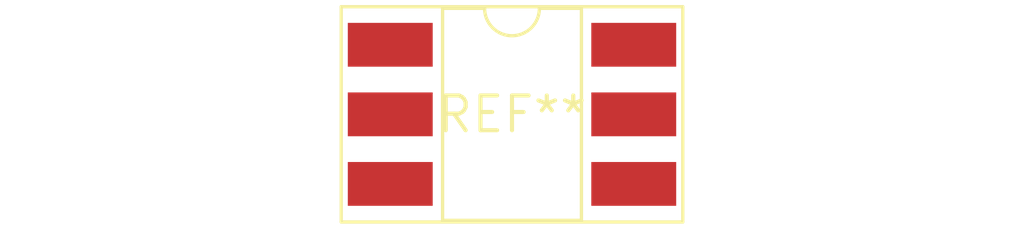
<source format=kicad_pcb>
(kicad_pcb (version 20240108) (generator pcbnew)
  (layers (0 "F.Cu" signal) (31 "B.Cu" signal) (34 "B.Paste" user) (35 "F.Paste" user) (36 "B.SilkS" user "B.Silkscreen") (37 "F.SilkS" user "F.Silkscreen") (38 "B.Mask" user) (39 "F.Mask" user) (44 "Edge.Cuts" user))
  (net 0 "")
  (footprint "DIP-6_W8.89mm_SMDSocket_LongPads" (layer "F.Cu") (at 0 0)
    (property "Reference" "REF**")
    (property "Value" "DIP-6_W8.89mm_SMDSocket_LongPads")
    (fp_line (start -6.235 -3.93) (end -6.235 3.93) (layer "F.SilkS") (stroke (width 0.12)))
    (fp_line (start -6.235 3.93) (end 6.235 3.93) (layer "F.SilkS") (stroke (width 0.12)))
    (fp_line (start -2.535 -3.87) (end -2.535 3.87) (layer "F.SilkS") (stroke (width 0.12)))
    (fp_line (start -2.535 3.87) (end 2.535 3.87) (layer "F.SilkS") (stroke (width 0.12)))
    (fp_line (start -1 -3.87) (end -2.535 -3.87) (layer "F.SilkS") (stroke (width 0.12)))
    (fp_line (start 2.535 -3.87) (end 1 -3.87) (layer "F.SilkS") (stroke (width 0.12)))
    (fp_line (start 2.535 3.87) (end 2.535 -3.87) (layer "F.SilkS") (stroke (width 0.12)))
    (fp_line (start 6.235 -3.93) (end -6.235 -3.93) (layer "F.SilkS") (stroke (width 0.12)))
    (fp_line (start 6.235 3.93) (end 6.235 -3.93) (layer "F.SilkS") (stroke (width 0.12)))
    (fp_arc (start 1 -3.87) (mid 0 -2.87) (end -1 -3.87) (layer "F.SilkS") (stroke (width 0.12)))
    (pad "1" smd rect (at -4.445 -2.54) (size 3.1 1.6) (layers "F.Cu" "F.Paste" "F.Mask"))
    (pad "2" smd rect (at -4.445 0) (size 3.1 1.6) (layers "F.Cu" "F.Paste" "F.Mask"))
    (pad "3" smd rect (at -4.445 2.54) (size 3.1 1.6) (layers "F.Cu" "F.Paste" "F.Mask"))
    (pad "4" smd rect (at 4.445 2.54) (size 3.1 1.6) (layers "F.Cu" "F.Paste" "F.Mask"))
    (pad "5" smd rect (at 4.445 0) (size 3.1 1.6) (layers "F.Cu" "F.Paste" "F.Mask"))
    (pad "6" smd rect (at 4.445 -2.54) (size 3.1 1.6) (layers "F.Cu" "F.Paste" "F.Mask"))
  )
)
</source>
